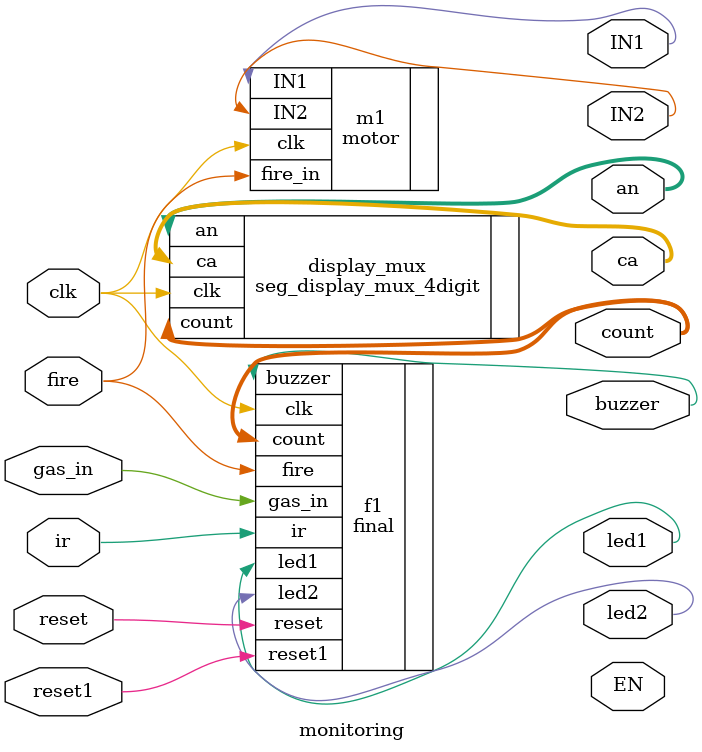
<source format=v>
module monitoring(
    input clk,
    input ir,
    input gas_in,
    input fire,
    input reset,
    input reset1,
    output buzzer,
    output led1,
    output led2,
    output [13:0] count,
    output [7:0] ca,
    output [3:0] an,
    output IN1,
    output IN2,
    output EN
);

    // Instantiate final module
    final f1 (
        .clk(clk),
        .ir(ir),
        .gas_in(gas_in),
        .fire(fire),
        .reset(reset),
        .reset1(reset1),
        .buzzer(buzzer),
        .led1(led1),
        .led2(led2),
        .count(count)
    );

    // Instantiate motor driver control module
    motor m1 (
        .clk(clk),
        .fire_in(fire),
        .IN1(IN1),
        .IN2(IN2)
    );

    // Segment display
    seg_display_mux_4digit display_mux (
        .clk(clk),
        .count(count),
        .ca(ca),
        .an(an)
    );

endmodule


</source>
